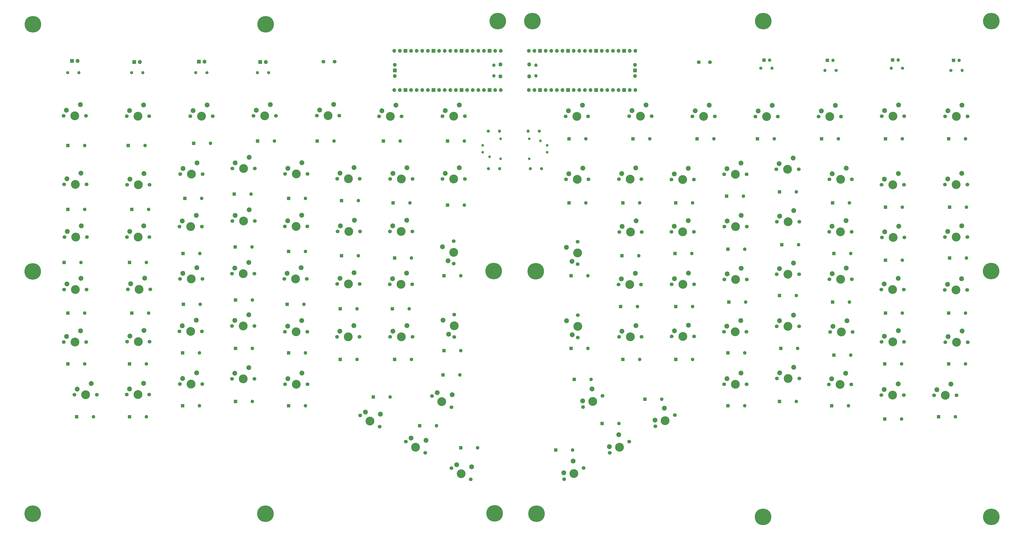
<source format=gbr>
%TF.GenerationSoftware,KiCad,Pcbnew,6.0.9-8da3e8f707~117~ubuntu20.04.1*%
%TF.CreationDate,2022-12-03T13:58:30+01:00*%
%TF.ProjectId,98keys-split-pcb,39386b65-7973-42d7-9370-6c69742d7063,rev?*%
%TF.SameCoordinates,Original*%
%TF.FileFunction,Soldermask,Bot*%
%TF.FilePolarity,Negative*%
%FSLAX46Y46*%
G04 Gerber Fmt 4.6, Leading zero omitted, Abs format (unit mm)*
G04 Created by KiCad (PCBNEW 6.0.9-8da3e8f707~117~ubuntu20.04.1) date 2022-12-03 13:58:30*
%MOMM*%
%LPD*%
G01*
G04 APERTURE LIST*
%ADD10R,1.600000X1.600000*%
%ADD11O,1.600000X1.600000*%
%ADD12C,7.500000*%
%ADD13C,1.700000*%
%ADD14C,4.000000*%
%ADD15C,2.200000*%
%ADD16R,1.500000X1.500000*%
%ADD17O,1.500000X1.500000*%
%ADD18C,1.400000*%
%ADD19O,1.400000X1.400000*%
%ADD20R,1.800000X1.800000*%
%ADD21O,1.800000X1.800000*%
%ADD22O,1.700000X1.700000*%
%ADD23R,1.700000X1.700000*%
%ADD24C,1.200000*%
G04 APERTURE END LIST*
D10*
%TO.C,D23*%
X431000000Y-181000000D03*
D11*
X438620000Y-181000000D03*
%TD*%
D10*
%TO.C,D91*%
X136000000Y-212000000D03*
D11*
X143620000Y-212000000D03*
%TD*%
D10*
%TO.C,D61*%
X267380000Y-216000000D03*
D11*
X275000000Y-216000000D03*
%TD*%
D12*
%TO.C,H15*%
X302750000Y-32600000D03*
%TD*%
D10*
%TO.C,D90*%
X165000000Y-88000000D03*
D11*
X172620000Y-88000000D03*
%TD*%
D10*
%TO.C,D79*%
X183380000Y-111000000D03*
D11*
X191000000Y-111000000D03*
%TD*%
D13*
%TO.C,SW43*%
X338900000Y-142780000D03*
D14*
X338900000Y-137700000D03*
D13*
X338900000Y-132620000D03*
D15*
X333820000Y-135160000D03*
X336360000Y-141510000D03*
%TD*%
D14*
%TO.C,SW89*%
X140000000Y-177900000D03*
D13*
X145080000Y-177900000D03*
X134920000Y-177900000D03*
D15*
X142540000Y-172820000D03*
X136190000Y-175360000D03*
%TD*%
D14*
%TO.C,SW3*%
X510380000Y-130540000D03*
D13*
X505300000Y-130540000D03*
X515460000Y-130540000D03*
D15*
X512920000Y-125460000D03*
X506570000Y-128000000D03*
%TD*%
D10*
%TO.C,D44*%
X350000000Y-215000000D03*
D11*
X357620000Y-215000000D03*
%TD*%
D10*
%TO.C,D47*%
X329000000Y-227000000D03*
D11*
X336620000Y-227000000D03*
%TD*%
D12*
%TO.C,H3*%
X526300000Y-32600000D03*
%TD*%
D16*
%TO.C,D51*%
X509180000Y-50440000D03*
D17*
X511720000Y-50440000D03*
%TD*%
D13*
%TO.C,SW21*%
X439360000Y-123540000D03*
D14*
X434280000Y-123540000D03*
D13*
X429200000Y-123540000D03*
D15*
X436820000Y-118460000D03*
X430470000Y-121000000D03*
%TD*%
D13*
%TO.C,SW28*%
X415360000Y-173440000D03*
D14*
X410280000Y-173440000D03*
D13*
X405200000Y-173440000D03*
D15*
X412820000Y-168360000D03*
X406470000Y-170900000D03*
%TD*%
D10*
%TO.C,D26*%
X407000000Y-136000000D03*
D11*
X414620000Y-136000000D03*
%TD*%
D10*
%TO.C,D95*%
X136000000Y-188000000D03*
D11*
X143620000Y-188000000D03*
%TD*%
D13*
%TO.C,SW80*%
X158720000Y-197100000D03*
X168880000Y-197100000D03*
D14*
X163800000Y-197100000D03*
D15*
X166340000Y-192020000D03*
X159990000Y-194560000D03*
%TD*%
D10*
%TO.C,D43*%
X336000000Y-148000000D03*
D11*
X343620000Y-148000000D03*
%TD*%
D13*
%TO.C,SW5*%
X505200000Y-154440000D03*
X515360000Y-154440000D03*
D14*
X510280000Y-154440000D03*
D15*
X512820000Y-149360000D03*
X506470000Y-151900000D03*
%TD*%
D18*
%TO.C,R10*%
X136920000Y-56000000D03*
D19*
X142000000Y-56000000D03*
%TD*%
D14*
%TO.C,SW9*%
X481880000Y-130640000D03*
D13*
X486960000Y-130640000D03*
X476800000Y-130640000D03*
D15*
X484420000Y-125560000D03*
X478070000Y-128100000D03*
%TD*%
D12*
%TO.C,H11*%
X92100000Y-255900000D03*
%TD*%
D13*
%TO.C,SW35*%
X382919405Y-211220009D03*
X374120586Y-216300009D03*
D14*
X378519995Y-213760009D03*
D15*
X378179700Y-208090600D03*
X373950439Y-213465305D03*
%TD*%
D14*
%TO.C,SW34*%
X386580000Y-175540000D03*
D13*
X381500000Y-175540000D03*
X391660000Y-175540000D03*
D15*
X389120000Y-170460000D03*
X382770000Y-173000000D03*
%TD*%
D12*
%TO.C,H9*%
X92200000Y-34100000D03*
%TD*%
D18*
%TO.C,R11*%
X298460000Y-82500000D03*
D19*
X303540000Y-82500000D03*
%TD*%
D14*
%TO.C,SW53*%
X282820000Y-137460000D03*
D13*
X282820000Y-132380000D03*
X282820000Y-142540000D03*
D15*
X277740000Y-134920000D03*
X280280000Y-141270000D03*
%TD*%
D10*
%TO.C,D93*%
X136000000Y-142000000D03*
D11*
X143620000Y-142000000D03*
%TD*%
D13*
%TO.C,SW11*%
X476500000Y-154340000D03*
D14*
X481580000Y-154340000D03*
D13*
X486660000Y-154340000D03*
D15*
X484120000Y-149260000D03*
X477770000Y-151800000D03*
%TD*%
D18*
%TO.C,R8*%
X171000000Y-56000000D03*
D19*
X165920000Y-56000000D03*
%TD*%
D10*
%TO.C,D88*%
X160190000Y-138000000D03*
D11*
X167810000Y-138000000D03*
%TD*%
D14*
%TO.C,SW7*%
X481780000Y-75740000D03*
D13*
X476700000Y-75740000D03*
X486860000Y-75740000D03*
D15*
X484320000Y-70660000D03*
X477970000Y-73200000D03*
%TD*%
D13*
%TO.C,SW58*%
X264080000Y-128000000D03*
X253920000Y-128000000D03*
D14*
X259000000Y-128000000D03*
D15*
X261540000Y-122920000D03*
X255190000Y-125460000D03*
%TD*%
D13*
%TO.C,SW76*%
X182520000Y-123200000D03*
D14*
X187600000Y-123200000D03*
D13*
X192680000Y-123200000D03*
D15*
X190140000Y-118120000D03*
X183790000Y-120660000D03*
%TD*%
D12*
%TO.C,H8*%
X422950000Y-257350000D03*
%TD*%
D10*
%TO.C,D35*%
X383380000Y-186000000D03*
D11*
X391000000Y-186000000D03*
%TD*%
D10*
%TO.C,D83*%
X184000000Y-205000000D03*
D11*
X191620000Y-205000000D03*
%TD*%
D10*
%TO.C,D66*%
X280000000Y-87000000D03*
D11*
X287620000Y-87000000D03*
%TD*%
D14*
%TO.C,SW20*%
X433980000Y-99740000D03*
D13*
X428900000Y-99740000D03*
X439060000Y-99740000D03*
D15*
X436520000Y-94660000D03*
X430170000Y-97200000D03*
%TD*%
D10*
%TO.C,D81*%
X184000000Y-159000000D03*
D11*
X191620000Y-159000000D03*
%TD*%
D13*
%TO.C,SW29*%
X415560000Y-149740000D03*
D14*
X410480000Y-149740000D03*
D13*
X405400000Y-149740000D03*
D15*
X413020000Y-144660000D03*
X406670000Y-147200000D03*
%TD*%
D14*
%TO.C,SW17*%
X458080000Y-149640000D03*
D13*
X463160000Y-149640000D03*
X453000000Y-149640000D03*
D15*
X460620000Y-144560000D03*
X454270000Y-147100000D03*
%TD*%
D10*
%TO.C,D86*%
X160000000Y-207000000D03*
D11*
X167620000Y-207000000D03*
%TD*%
D13*
%TO.C,SW74*%
X192580000Y-194800000D03*
X182420000Y-194800000D03*
D14*
X187500000Y-194800000D03*
D15*
X190040000Y-189720000D03*
X183690000Y-192260000D03*
%TD*%
D12*
%TO.C,H1*%
X526300000Y-257350000D03*
%TD*%
D13*
%TO.C,SW66*%
X259180000Y-75800000D03*
D14*
X254100000Y-75800000D03*
D13*
X249020000Y-75800000D03*
D15*
X256640000Y-70720000D03*
X250290000Y-73260000D03*
%TD*%
D10*
%TO.C,D40*%
X359000000Y-139000000D03*
D11*
X366620000Y-139000000D03*
%TD*%
D13*
%TO.C,SW85*%
X135220000Y-154200000D03*
D14*
X140300000Y-154200000D03*
D13*
X145380000Y-154200000D03*
D15*
X142840000Y-149120000D03*
X136490000Y-151660000D03*
%TD*%
D10*
%TO.C,D62*%
X256000000Y-140000000D03*
D11*
X263620000Y-140000000D03*
%TD*%
D14*
%TO.C,SW15*%
X457980000Y-128140000D03*
D13*
X452900000Y-128140000D03*
X463060000Y-128140000D03*
D15*
X460520000Y-123060000D03*
X454170000Y-125600000D03*
%TD*%
D10*
%TO.C,D92*%
X137000000Y-118000000D03*
D11*
X144620000Y-118000000D03*
%TD*%
D10*
%TO.C,D82*%
X184000000Y-181000000D03*
D11*
X191620000Y-181000000D03*
%TD*%
D18*
%TO.C,R1*%
X421920000Y-54000000D03*
D19*
X427000000Y-54000000D03*
%TD*%
D13*
%TO.C,SW6*%
X510560000Y-202240000D03*
D14*
X505480000Y-202240000D03*
D13*
X500400000Y-202240000D03*
D15*
X508020000Y-197160000D03*
X501670000Y-199700000D03*
%TD*%
D10*
%TO.C,D56*%
X286000000Y-226000000D03*
D11*
X293620000Y-226000000D03*
%TD*%
D10*
%TO.C,D73*%
X208000000Y-113000000D03*
D11*
X215620000Y-113000000D03*
%TD*%
D14*
%TO.C,SW27*%
X410480000Y-125740000D03*
D13*
X405400000Y-125740000D03*
X415560000Y-125740000D03*
D15*
X413020000Y-120660000D03*
X406670000Y-123200000D03*
%TD*%
D10*
%TO.C,D42*%
X335000000Y-115000000D03*
D11*
X342620000Y-115000000D03*
%TD*%
D13*
%TO.C,SW88*%
X144980000Y-130500000D03*
D14*
X139900000Y-130500000D03*
D13*
X134820000Y-130500000D03*
D15*
X142440000Y-125420000D03*
X136090000Y-127960000D03*
%TD*%
D14*
%TO.C,SW62*%
X235100000Y-104100000D03*
D13*
X240180000Y-104100000D03*
X230020000Y-104100000D03*
D15*
X237640000Y-99020000D03*
X231290000Y-101560000D03*
%TD*%
D13*
%TO.C,SW87*%
X134920000Y-106800000D03*
X145080000Y-106800000D03*
D14*
X140000000Y-106800000D03*
D15*
X142540000Y-101720000D03*
X136190000Y-104260000D03*
%TD*%
D13*
%TO.C,SW48*%
X393800000Y-51300000D03*
X398880000Y-51300000D03*
%TD*%
D10*
%TO.C,D98*%
X108000000Y-165000000D03*
D11*
X115620000Y-165000000D03*
%TD*%
D13*
%TO.C,SW4*%
X505500000Y-178140000D03*
X515660000Y-178140000D03*
D14*
X510580000Y-178140000D03*
D15*
X513120000Y-173060000D03*
X506770000Y-175600000D03*
%TD*%
D14*
%TO.C,SW93*%
X111400000Y-106600000D03*
D13*
X106320000Y-106600000D03*
X116480000Y-106600000D03*
D15*
X113940000Y-101520000D03*
X107590000Y-104060000D03*
%TD*%
D10*
%TO.C,D10*%
X478380000Y-165000000D03*
D11*
X486000000Y-165000000D03*
%TD*%
D14*
%TO.C,SW90*%
X139800000Y-75700000D03*
D13*
X134720000Y-75700000D03*
X144880000Y-75700000D03*
D15*
X142340000Y-70620000D03*
X135990000Y-73160000D03*
%TD*%
D10*
%TO.C,D70*%
X231380000Y-163000000D03*
D11*
X239000000Y-163000000D03*
%TD*%
D10*
%TO.C,D39*%
X359380000Y-186000000D03*
D11*
X367000000Y-186000000D03*
%TD*%
D13*
%TO.C,SW39*%
X357800000Y-128240000D03*
X367960000Y-128240000D03*
D14*
X362880000Y-128240000D03*
D15*
X365420000Y-123160000D03*
X359070000Y-125700000D03*
%TD*%
D10*
%TO.C,D69*%
X232000000Y-139000000D03*
D11*
X239620000Y-139000000D03*
%TD*%
D10*
%TO.C,D100*%
X108000000Y-118000000D03*
D11*
X115620000Y-118000000D03*
%TD*%
D10*
%TO.C,D99*%
X108000000Y-188000000D03*
D11*
X115620000Y-188000000D03*
%TD*%
D18*
%TO.C,R4*%
X486080000Y-54000000D03*
D19*
X481000000Y-54000000D03*
%TD*%
D10*
%TO.C,D80*%
X183810000Y-135000000D03*
D11*
X191430000Y-135000000D03*
%TD*%
D13*
%TO.C,SW31*%
X362300000Y-75740000D03*
X372460000Y-75740000D03*
D14*
X367380000Y-75740000D03*
D15*
X369920000Y-70660000D03*
X363570000Y-73200000D03*
%TD*%
D10*
%TO.C,D2*%
X507380000Y-117000000D03*
D11*
X515000000Y-117000000D03*
%TD*%
D13*
%TO.C,SW81*%
X169080000Y-102000000D03*
X158920000Y-102000000D03*
D14*
X164000000Y-102000000D03*
D15*
X166540000Y-96920000D03*
X160190000Y-99460000D03*
%TD*%
D12*
%TO.C,H5*%
X318450000Y-32650000D03*
%TD*%
D10*
%TO.C,D41*%
X358380000Y-162000000D03*
D11*
X366000000Y-162000000D03*
%TD*%
D10*
%TO.C,D34*%
X383380000Y-162000000D03*
D11*
X391000000Y-162000000D03*
%TD*%
D10*
%TO.C,D24*%
X430380000Y-205000000D03*
D11*
X438000000Y-205000000D03*
%TD*%
D14*
%TO.C,SW54*%
X283040000Y-170720000D03*
D13*
X283040000Y-165640000D03*
X283040000Y-175800000D03*
D15*
X277960000Y-168180000D03*
X280500000Y-174530000D03*
%TD*%
D10*
%TO.C,D58*%
X278380000Y-182000000D03*
D11*
X286000000Y-182000000D03*
%TD*%
D10*
%TO.C,D16*%
X455000000Y-184000000D03*
D11*
X462620000Y-184000000D03*
%TD*%
D13*
%TO.C,SW19*%
X429600000Y-75860000D03*
X419440000Y-75860000D03*
D14*
X424520000Y-75860000D03*
D15*
X427060000Y-70780000D03*
X420710000Y-73320000D03*
%TD*%
D10*
%TO.C,D27*%
X406380000Y-112000000D03*
D11*
X414000000Y-112000000D03*
%TD*%
D18*
%TO.C,R12*%
X107920000Y-56000000D03*
D19*
X113000000Y-56000000D03*
%TD*%
D13*
%TO.C,SW47*%
X332820586Y-240200009D03*
D14*
X337219995Y-237660009D03*
D13*
X341619405Y-235120009D03*
D15*
X336879700Y-231990600D03*
X332650439Y-237365305D03*
%TD*%
D16*
%TO.C,D49*%
X452064700Y-50440000D03*
D17*
X454604700Y-50440000D03*
%TD*%
D14*
%TO.C,SW18*%
X457780000Y-197340000D03*
D13*
X452700000Y-197340000D03*
X462860000Y-197340000D03*
D15*
X460320000Y-192260000D03*
X453970000Y-194800000D03*
%TD*%
D10*
%TO.C,D14*%
X454380000Y-115000000D03*
D11*
X462000000Y-115000000D03*
%TD*%
D13*
%TO.C,SW96*%
X116280000Y-75600000D03*
D14*
X111200000Y-75600000D03*
D13*
X106120000Y-75600000D03*
D15*
X113740000Y-70520000D03*
X107390000Y-73060000D03*
%TD*%
D12*
%TO.C,H4*%
X423000000Y-32650000D03*
%TD*%
D14*
%TO.C,SW67*%
X211200000Y-149500000D03*
D13*
X206120000Y-149500000D03*
X216280000Y-149500000D03*
D15*
X213740000Y-144420000D03*
X207390000Y-146960000D03*
%TD*%
D13*
%TO.C,SW41*%
X357500000Y-152040000D03*
D14*
X362580000Y-152040000D03*
D13*
X367660000Y-152040000D03*
D15*
X365120000Y-146960000D03*
X358770000Y-149500000D03*
%TD*%
D10*
%TO.C,D4*%
X507000000Y-165000000D03*
D11*
X514620000Y-165000000D03*
%TD*%
D13*
%TO.C,SW46*%
X341420586Y-207569409D03*
X350219405Y-202489409D03*
D14*
X345819995Y-205029409D03*
D15*
X345479700Y-199360000D03*
X341250439Y-204734705D03*
%TD*%
D14*
%TO.C,SW16*%
X458380000Y-173540000D03*
D13*
X463460000Y-173540000D03*
X453300000Y-173540000D03*
D15*
X460920000Y-168460000D03*
X454570000Y-171000000D03*
%TD*%
D10*
%TO.C,D63*%
X255000000Y-163000000D03*
D11*
X262620000Y-163000000D03*
%TD*%
D10*
%TO.C,D33*%
X383000000Y-138000000D03*
D11*
X390620000Y-138000000D03*
%TD*%
D13*
%TO.C,SW22*%
X429060000Y-170960000D03*
X439220000Y-170960000D03*
D14*
X434140000Y-170960000D03*
D15*
X436680000Y-165880000D03*
X430330000Y-168420000D03*
%TD*%
D14*
%TO.C,SW26*%
X410380000Y-102040000D03*
D13*
X405300000Y-102040000D03*
X415460000Y-102040000D03*
D15*
X412920000Y-96960000D03*
X406570000Y-99500000D03*
%TD*%
D10*
%TO.C,D25*%
X393000000Y-86000000D03*
D11*
X400620000Y-86000000D03*
%TD*%
D20*
%TO.C,D54*%
X138100000Y-51200000D03*
D21*
X140640000Y-51200000D03*
%TD*%
D13*
%TO.C,SW12*%
X476500000Y-202140000D03*
D14*
X481580000Y-202140000D03*
D13*
X486660000Y-202140000D03*
D15*
X484120000Y-197060000D03*
X477770000Y-199600000D03*
%TD*%
D13*
%TO.C,SW84*%
X163520000Y-75700000D03*
X173680000Y-75700000D03*
D14*
X168600000Y-75700000D03*
D15*
X171140000Y-70620000D03*
X164790000Y-73160000D03*
%TD*%
D10*
%TO.C,D5*%
X507000000Y-188000000D03*
D11*
X514620000Y-188000000D03*
%TD*%
D10*
%TO.C,D78*%
X221000000Y-87000000D03*
D11*
X228620000Y-87000000D03*
%TD*%
D10*
%TO.C,D96*%
X135380000Y-89000000D03*
D11*
X143000000Y-89000000D03*
%TD*%
D13*
%TO.C,SW60*%
X277720000Y-75700000D03*
D14*
X282800000Y-75700000D03*
D13*
X287880000Y-75700000D03*
D15*
X285340000Y-70620000D03*
X278990000Y-73160000D03*
%TD*%
D13*
%TO.C,SW56*%
X263980000Y-151900000D03*
D14*
X258900000Y-151900000D03*
D13*
X253820000Y-151900000D03*
D15*
X261440000Y-146820000D03*
X255090000Y-149360000D03*
%TD*%
D18*
%TO.C,R6*%
X508000000Y-55000000D03*
D19*
X513080000Y-55000000D03*
%TD*%
D10*
%TO.C,D65*%
X256000000Y-186000000D03*
D11*
X263620000Y-186000000D03*
%TD*%
D10*
%TO.C,D77*%
X208000000Y-137000000D03*
D11*
X215620000Y-137000000D03*
%TD*%
D13*
%TO.C,SW36*%
X381500000Y-151940000D03*
D14*
X386580000Y-151940000D03*
D13*
X391660000Y-151940000D03*
D15*
X389120000Y-146860000D03*
X382770000Y-149400000D03*
%TD*%
D18*
%TO.C,R3*%
X322620000Y-99500000D03*
D19*
X317540000Y-99500000D03*
%TD*%
D12*
%TO.C,H16*%
X301300000Y-255700000D03*
%TD*%
%TO.C,H13*%
X300900000Y-145900000D03*
%TD*%
D10*
%TO.C,D3*%
X507380000Y-140000000D03*
D11*
X515000000Y-140000000D03*
%TD*%
D10*
%TO.C,D72*%
X251000000Y-87000000D03*
D11*
X258620000Y-87000000D03*
%TD*%
D12*
%TO.C,H12*%
X92100000Y-146100000D03*
%TD*%
D10*
%TO.C,D18*%
X454000000Y-207000000D03*
D11*
X461620000Y-207000000D03*
%TD*%
D10*
%TO.C,D28*%
X407380000Y-160000000D03*
D11*
X415000000Y-160000000D03*
%TD*%
D12*
%TO.C,H2*%
X526250000Y-145950000D03*
%TD*%
D10*
%TO.C,D71*%
X231380000Y-186000000D03*
D11*
X239000000Y-186000000D03*
%TD*%
D13*
%TO.C,SW1*%
X515560000Y-75840000D03*
D14*
X510480000Y-75840000D03*
D13*
X505400000Y-75840000D03*
D15*
X513020000Y-70760000D03*
X506670000Y-73300000D03*
%TD*%
D10*
%TO.C,D8*%
X478380000Y-117000000D03*
D11*
X486000000Y-117000000D03*
%TD*%
D14*
%TO.C,SW73*%
X187500000Y-147100000D03*
D13*
X192580000Y-147100000D03*
X182420000Y-147100000D03*
D15*
X190040000Y-142020000D03*
X183690000Y-144560000D03*
%TD*%
D10*
%TO.C,D1*%
X507000000Y-86000000D03*
D11*
X514620000Y-86000000D03*
%TD*%
D10*
%TO.C,D22*%
X430380000Y-157000000D03*
D11*
X438000000Y-157000000D03*
%TD*%
D10*
%TO.C,D46*%
X337380000Y-195000000D03*
D11*
X345000000Y-195000000D03*
%TD*%
D16*
%TO.C,D48*%
X423364700Y-50340000D03*
D17*
X425904700Y-50340000D03*
%TD*%
D13*
%TO.C,SW51*%
X281739405Y-207660009D03*
D14*
X277339995Y-205120009D03*
D13*
X272940586Y-202580009D03*
D15*
X282079700Y-201990600D03*
X275310439Y-201015305D03*
%TD*%
D14*
%TO.C,SW71*%
X211400000Y-173400000D03*
D13*
X206320000Y-173400000D03*
X216480000Y-173400000D03*
D15*
X213940000Y-168320000D03*
X207590000Y-170860000D03*
%TD*%
D13*
%TO.C,SW91*%
X116480000Y-154300000D03*
X106320000Y-154300000D03*
D14*
X111400000Y-154300000D03*
D15*
X113940000Y-149220000D03*
X107590000Y-151760000D03*
%TD*%
D14*
%TO.C,SW69*%
X211500000Y-101900000D03*
D13*
X206420000Y-101900000D03*
X216580000Y-101900000D03*
D15*
X214040000Y-96820000D03*
X207690000Y-99360000D03*
%TD*%
D13*
%TO.C,SW86*%
X134720000Y-201900000D03*
D14*
X139800000Y-201900000D03*
D13*
X144880000Y-201900000D03*
D15*
X142340000Y-196820000D03*
X135990000Y-199360000D03*
%TD*%
D12*
%TO.C,H7*%
X320300000Y-255900000D03*
%TD*%
D10*
%TO.C,D11*%
X478000000Y-188000000D03*
D11*
X485620000Y-188000000D03*
%TD*%
D10*
%TO.C,D89*%
X160000000Y-183000000D03*
D11*
X167620000Y-183000000D03*
%TD*%
D13*
%TO.C,SW32*%
X381400000Y-104440000D03*
D14*
X386480000Y-104440000D03*
D13*
X391560000Y-104440000D03*
D15*
X389020000Y-99360000D03*
X382670000Y-101900000D03*
%TD*%
D20*
%TO.C,D55*%
X109900000Y-50700000D03*
D21*
X112440000Y-50700000D03*
%TD*%
D18*
%TO.C,R2*%
X456000000Y-55000000D03*
D19*
X450920000Y-55000000D03*
%TD*%
D10*
%TO.C,D67*%
X246380000Y-203000000D03*
D11*
X254000000Y-203000000D03*
%TD*%
D18*
%TO.C,R7*%
X199000000Y-56000000D03*
D19*
X193920000Y-56000000D03*
%TD*%
D10*
%TO.C,D21*%
X431380000Y-134000000D03*
D11*
X439000000Y-134000000D03*
%TD*%
D18*
%TO.C,R9*%
X298540000Y-99500000D03*
D19*
X303620000Y-99500000D03*
%TD*%
D14*
%TO.C,SW2*%
X510380000Y-106740000D03*
D13*
X505300000Y-106740000D03*
X515460000Y-106740000D03*
D15*
X512920000Y-101660000D03*
X506570000Y-104200000D03*
%TD*%
D13*
%TO.C,SW10*%
X476600000Y-178040000D03*
X486760000Y-178040000D03*
D14*
X481680000Y-178040000D03*
D15*
X484220000Y-172960000D03*
X477870000Y-175500000D03*
%TD*%
D10*
%TO.C,D97*%
X112000000Y-212000000D03*
D11*
X119620000Y-212000000D03*
%TD*%
D13*
%TO.C,SW77*%
X182420000Y-170800000D03*
D14*
X187500000Y-170800000D03*
D13*
X192580000Y-170800000D03*
D15*
X190040000Y-165720000D03*
X183690000Y-168260000D03*
%TD*%
D13*
%TO.C,SW95*%
X116380000Y-178100000D03*
X106220000Y-178100000D03*
D14*
X111300000Y-178100000D03*
D15*
X113840000Y-173020000D03*
X107490000Y-175560000D03*
%TD*%
D18*
%TO.C,R5*%
X321540000Y-82500000D03*
D19*
X316460000Y-82500000D03*
%TD*%
D13*
%TO.C,SW45*%
X362319405Y-223220009D03*
D14*
X357919995Y-225760009D03*
D13*
X353520586Y-228300009D03*
D15*
X357579700Y-220090600D03*
X353350439Y-225465305D03*
%TD*%
D13*
%TO.C,SW30*%
X405300000Y-197240000D03*
X415460000Y-197240000D03*
D14*
X410380000Y-197240000D03*
D15*
X412920000Y-192160000D03*
X406570000Y-194700000D03*
%TD*%
D17*
%TO.C,U2*%
X300970000Y-57425000D03*
D21*
X304000000Y-57725000D03*
X304000000Y-52275000D03*
D17*
X300970000Y-52575000D03*
D22*
X304130000Y-46110000D03*
X301590000Y-46110000D03*
D23*
X299050000Y-46110000D03*
D22*
X296510000Y-46110000D03*
X293970000Y-46110000D03*
X291430000Y-46110000D03*
X288890000Y-46110000D03*
D23*
X286350000Y-46110000D03*
D22*
X283810000Y-46110000D03*
X281270000Y-46110000D03*
X278730000Y-46110000D03*
X276190000Y-46110000D03*
D23*
X273650000Y-46110000D03*
D22*
X271110000Y-46110000D03*
X268570000Y-46110000D03*
X266030000Y-46110000D03*
X263490000Y-46110000D03*
D23*
X260950000Y-46110000D03*
D22*
X258410000Y-46110000D03*
X255870000Y-46110000D03*
X255870000Y-63890000D03*
X258410000Y-63890000D03*
D23*
X260950000Y-63890000D03*
D22*
X263490000Y-63890000D03*
X266030000Y-63890000D03*
X268570000Y-63890000D03*
X271110000Y-63890000D03*
D23*
X273650000Y-63890000D03*
D22*
X276190000Y-63890000D03*
X278730000Y-63890000D03*
X281270000Y-63890000D03*
X283810000Y-63890000D03*
D23*
X286350000Y-63890000D03*
D22*
X288890000Y-63890000D03*
X291430000Y-63890000D03*
X293970000Y-63890000D03*
X296510000Y-63890000D03*
D23*
X299050000Y-63890000D03*
D22*
X301590000Y-63890000D03*
X304130000Y-63890000D03*
X256100000Y-52460000D03*
D23*
X256100000Y-55000000D03*
D22*
X256100000Y-57540000D03*
%TD*%
D13*
%TO.C,SW55*%
X269939405Y-228260009D03*
X261140586Y-223180009D03*
D14*
X265539995Y-225720009D03*
D15*
X270279700Y-222590600D03*
X263510439Y-221615305D03*
%TD*%
D10*
%TO.C,D75*%
X208000000Y-183000000D03*
D11*
X215620000Y-183000000D03*
%TD*%
D14*
%TO.C,SW78*%
X197200000Y-75600000D03*
D13*
X202280000Y-75600000D03*
X192120000Y-75600000D03*
D15*
X199740000Y-70520000D03*
X193390000Y-73060000D03*
%TD*%
D13*
%TO.C,SW70*%
X206320000Y-125700000D03*
D14*
X211400000Y-125700000D03*
D13*
X216480000Y-125700000D03*
D15*
X213940000Y-120620000D03*
X207590000Y-123160000D03*
%TD*%
D21*
%TO.C,U1*%
X317000000Y-52275000D03*
D17*
X320030000Y-52575000D03*
D21*
X317000000Y-57725000D03*
D17*
X320030000Y-57425000D03*
D22*
X316870000Y-63890000D03*
X319410000Y-63890000D03*
D23*
X321950000Y-63890000D03*
D22*
X324490000Y-63890000D03*
X327030000Y-63890000D03*
X329570000Y-63890000D03*
X332110000Y-63890000D03*
D23*
X334650000Y-63890000D03*
D22*
X337190000Y-63890000D03*
X339730000Y-63890000D03*
X342270000Y-63890000D03*
X344810000Y-63890000D03*
D23*
X347350000Y-63890000D03*
D22*
X349890000Y-63890000D03*
X352430000Y-63890000D03*
X354970000Y-63890000D03*
X357510000Y-63890000D03*
D23*
X360050000Y-63890000D03*
D22*
X362590000Y-63890000D03*
X365130000Y-63890000D03*
X365130000Y-46110000D03*
X362590000Y-46110000D03*
D23*
X360050000Y-46110000D03*
D22*
X357510000Y-46110000D03*
X354970000Y-46110000D03*
X352430000Y-46110000D03*
X349890000Y-46110000D03*
D23*
X347350000Y-46110000D03*
D22*
X344810000Y-46110000D03*
X342270000Y-46110000D03*
X339730000Y-46110000D03*
X337190000Y-46110000D03*
D23*
X334650000Y-46110000D03*
D22*
X332110000Y-46110000D03*
X329570000Y-46110000D03*
X327030000Y-46110000D03*
X324490000Y-46110000D03*
D23*
X321950000Y-46110000D03*
D22*
X319410000Y-46110000D03*
X316870000Y-46110000D03*
X364900000Y-57540000D03*
D23*
X364900000Y-55000000D03*
D22*
X364900000Y-52460000D03*
%TD*%
D13*
%TO.C,SW94*%
X116680000Y-130500000D03*
X106520000Y-130500000D03*
D14*
X111600000Y-130500000D03*
D15*
X114140000Y-125420000D03*
X107790000Y-127960000D03*
%TD*%
D13*
%TO.C,SW79*%
X168980000Y-149500000D03*
D14*
X163900000Y-149500000D03*
D13*
X158820000Y-149500000D03*
D15*
X166440000Y-144420000D03*
X160090000Y-146960000D03*
%TD*%
D13*
%TO.C,SW72*%
X230980000Y-75500000D03*
X220820000Y-75500000D03*
D14*
X225900000Y-75500000D03*
D15*
X228440000Y-70420000D03*
X222090000Y-72960000D03*
%TD*%
D10*
%TO.C,D19*%
X420380000Y-86000000D03*
D11*
X428000000Y-86000000D03*
%TD*%
D10*
%TO.C,D74*%
X207380000Y-161000000D03*
D11*
X215000000Y-161000000D03*
%TD*%
D13*
%TO.C,SW13*%
X448100000Y-75940000D03*
D14*
X453180000Y-75940000D03*
D13*
X458260000Y-75940000D03*
D15*
X455720000Y-70860000D03*
X449370000Y-73400000D03*
%TD*%
D10*
%TO.C,D36*%
X369380000Y-204000000D03*
D11*
X377000000Y-204000000D03*
%TD*%
D10*
%TO.C,D59*%
X278380000Y-148000000D03*
D11*
X286000000Y-148000000D03*
%TD*%
D12*
%TO.C,H14*%
X197500000Y-255900000D03*
%TD*%
D13*
%TO.C,SW8*%
X476600000Y-106840000D03*
D14*
X481680000Y-106840000D03*
D13*
X486760000Y-106840000D03*
D15*
X484220000Y-101760000D03*
X477870000Y-104300000D03*
%TD*%
D10*
%TO.C,D32*%
X383380000Y-115000000D03*
D11*
X391000000Y-115000000D03*
%TD*%
D12*
%TO.C,H6*%
X320000000Y-146000000D03*
%TD*%
D10*
%TO.C,D9*%
X478380000Y-141000000D03*
D11*
X486000000Y-141000000D03*
%TD*%
D13*
%TO.C,SW33*%
X381400000Y-128140000D03*
X391560000Y-128140000D03*
D14*
X386480000Y-128140000D03*
D15*
X389020000Y-123060000D03*
X382670000Y-125600000D03*
%TD*%
D10*
%TO.C,D101*%
X106380000Y-142000000D03*
D11*
X114000000Y-142000000D03*
%TD*%
D10*
%TO.C,D76*%
X208000000Y-207000000D03*
D11*
X215620000Y-207000000D03*
%TD*%
D10*
%TO.C,D84*%
X194000000Y-87000000D03*
D11*
X201620000Y-87000000D03*
%TD*%
D13*
%TO.C,SW68*%
X206420000Y-197200000D03*
X216580000Y-197200000D03*
D14*
X211500000Y-197200000D03*
D15*
X214040000Y-192120000D03*
X207690000Y-194660000D03*
%TD*%
D10*
%TO.C,D37*%
X335000000Y-86000000D03*
D11*
X342620000Y-86000000D03*
%TD*%
D13*
%TO.C,SW49*%
X228900000Y-51000000D03*
X223820000Y-51000000D03*
%TD*%
D10*
%TO.C,D38*%
X359380000Y-115000000D03*
D11*
X367000000Y-115000000D03*
%TD*%
D20*
%TO.C,D52*%
X195200000Y-51200000D03*
D21*
X197740000Y-51200000D03*
%TD*%
D13*
%TO.C,SW37*%
X343660000Y-75840000D03*
X333500000Y-75840000D03*
D14*
X338580000Y-75840000D03*
D15*
X341120000Y-70760000D03*
X334770000Y-73300000D03*
%TD*%
D10*
%TO.C,D60*%
X280000000Y-116000000D03*
D11*
X287620000Y-116000000D03*
%TD*%
D10*
%TO.C,D31*%
X364000000Y-86000000D03*
D11*
X371620000Y-86000000D03*
%TD*%
D14*
%TO.C,SW25*%
X395980000Y-75840000D03*
D13*
X390900000Y-75840000D03*
X401060000Y-75840000D03*
D15*
X398520000Y-70760000D03*
X392170000Y-73300000D03*
%TD*%
D10*
%TO.C,D85*%
X160380000Y-161000000D03*
D11*
X168000000Y-161000000D03*
%TD*%
D10*
%TO.C,D12*%
X478000000Y-213000000D03*
D11*
X485620000Y-213000000D03*
%TD*%
D13*
%TO.C,SW64*%
X229920000Y-175700000D03*
D14*
X235000000Y-175700000D03*
D13*
X240080000Y-175700000D03*
D15*
X237540000Y-170620000D03*
X231190000Y-173160000D03*
%TD*%
D13*
%TO.C,SW38*%
X357600000Y-104240000D03*
X367760000Y-104240000D03*
D14*
X362680000Y-104240000D03*
D15*
X365220000Y-99160000D03*
X358870000Y-101700000D03*
%TD*%
D13*
%TO.C,SW52*%
X287880000Y-104200000D03*
X277720000Y-104200000D03*
D14*
X282800000Y-104200000D03*
D15*
X285340000Y-99120000D03*
X278990000Y-101660000D03*
%TD*%
D10*
%TO.C,D17*%
X454380000Y-160000000D03*
D11*
X462000000Y-160000000D03*
%TD*%
D10*
%TO.C,D45*%
X336000000Y-181000000D03*
D11*
X343620000Y-181000000D03*
%TD*%
D13*
%TO.C,SW63*%
X230220000Y-128000000D03*
D14*
X235300000Y-128000000D03*
D13*
X240380000Y-128000000D03*
D15*
X237840000Y-122920000D03*
X231490000Y-125460000D03*
%TD*%
D13*
%TO.C,SW82*%
X158620000Y-125800000D03*
X168780000Y-125800000D03*
D14*
X163700000Y-125800000D03*
D15*
X166240000Y-120720000D03*
X159890000Y-123260000D03*
%TD*%
D14*
%TO.C,SW92*%
X116100000Y-202000000D03*
D13*
X121180000Y-202000000D03*
X111020000Y-202000000D03*
D15*
X118640000Y-196920000D03*
X112290000Y-199460000D03*
%TD*%
D12*
%TO.C,H10*%
X197600000Y-34100000D03*
%TD*%
D10*
%TO.C,D87*%
X161000000Y-113000000D03*
D11*
X168620000Y-113000000D03*
%TD*%
D10*
%TO.C,D94*%
X137000000Y-165000000D03*
D11*
X144620000Y-165000000D03*
%TD*%
D14*
%TO.C,SW75*%
X187600000Y-99400000D03*
D13*
X192680000Y-99400000D03*
X182520000Y-99400000D03*
D15*
X190140000Y-94320000D03*
X183790000Y-96860000D03*
%TD*%
D10*
%TO.C,D30*%
X407000000Y-207000000D03*
D11*
X414620000Y-207000000D03*
%TD*%
D14*
%TO.C,SW50*%
X286139995Y-237820009D03*
D13*
X281740586Y-235280009D03*
X290539405Y-240360009D03*
D15*
X290879700Y-234690600D03*
X284110439Y-233715305D03*
%TD*%
D10*
%TO.C,D6*%
X502380000Y-212000000D03*
D11*
X510000000Y-212000000D03*
%TD*%
D13*
%TO.C,SW65*%
X240440586Y-211380009D03*
D14*
X244839995Y-213920009D03*
D13*
X249239405Y-216460009D03*
D15*
X249579700Y-210790600D03*
X242810439Y-209815305D03*
%TD*%
D13*
%TO.C,SW57*%
X264180000Y-104200000D03*
X254020000Y-104200000D03*
D14*
X259100000Y-104200000D03*
D15*
X261640000Y-99120000D03*
X255290000Y-101660000D03*
%TD*%
D14*
%TO.C,SW44*%
X339000000Y-171000000D03*
D13*
X339000000Y-176080000D03*
X339000000Y-165920000D03*
D15*
X333920000Y-168460000D03*
X336460000Y-174810000D03*
%TD*%
D13*
%TO.C,SW61*%
X240180000Y-151800000D03*
X230020000Y-151800000D03*
D14*
X235100000Y-151800000D03*
D15*
X237640000Y-146720000D03*
X231290000Y-149260000D03*
%TD*%
D13*
%TO.C,SW59*%
X264180000Y-175700000D03*
X254020000Y-175700000D03*
D14*
X259100000Y-175700000D03*
D15*
X261640000Y-170620000D03*
X255290000Y-173160000D03*
%TD*%
D10*
%TO.C,D15*%
X455000000Y-138000000D03*
D11*
X462620000Y-138000000D03*
%TD*%
D10*
%TO.C,D13*%
X449380000Y-86000000D03*
D11*
X457000000Y-86000000D03*
%TD*%
D14*
%TO.C,SW40*%
X362780000Y-175740000D03*
D13*
X367860000Y-175740000D03*
X357700000Y-175740000D03*
D15*
X365320000Y-170660000D03*
X358970000Y-173200000D03*
%TD*%
D10*
%TO.C,D20*%
X430380000Y-110000000D03*
D11*
X438000000Y-110000000D03*
%TD*%
D10*
%TO.C,D64*%
X255380000Y-115000000D03*
D11*
X263000000Y-115000000D03*
%TD*%
D13*
%TO.C,SW24*%
X429200000Y-194640000D03*
X439360000Y-194640000D03*
D14*
X434280000Y-194640000D03*
D15*
X436820000Y-189560000D03*
X430470000Y-192100000D03*
%TD*%
D10*
%TO.C,D102*%
X108000000Y-89000000D03*
D11*
X115620000Y-89000000D03*
%TD*%
D10*
%TO.C,D68*%
X232000000Y-114000000D03*
D11*
X239620000Y-114000000D03*
%TD*%
D13*
%TO.C,SW83*%
X168780000Y-173300000D03*
X158620000Y-173300000D03*
D14*
X163700000Y-173300000D03*
D15*
X166240000Y-168220000D03*
X159890000Y-170760000D03*
%TD*%
D10*
%TO.C,D7*%
X478380000Y-86000000D03*
D11*
X486000000Y-86000000D03*
%TD*%
D10*
%TO.C,D57*%
X278000000Y-193000000D03*
D11*
X285620000Y-193000000D03*
%TD*%
D20*
%TO.C,D53*%
X167400000Y-51000000D03*
D21*
X169940000Y-51000000D03*
%TD*%
D13*
%TO.C,SW14*%
X463160000Y-104340000D03*
X453000000Y-104340000D03*
D14*
X458080000Y-104340000D03*
D15*
X460620000Y-99260000D03*
X454270000Y-101800000D03*
%TD*%
D16*
%TO.C,D50*%
X481564700Y-50240000D03*
D17*
X484104700Y-50240000D03*
%TD*%
D10*
%TO.C,D29*%
X407000000Y-183000000D03*
D11*
X414620000Y-183000000D03*
%TD*%
D13*
%TO.C,SW23*%
X429100000Y-147340000D03*
D14*
X434180000Y-147340000D03*
D13*
X439260000Y-147340000D03*
D15*
X436720000Y-142260000D03*
X430370000Y-144800000D03*
%TD*%
D14*
%TO.C,SW42*%
X338780000Y-104340000D03*
D13*
X333700000Y-104340000D03*
X343860000Y-104340000D03*
D15*
X341320000Y-99260000D03*
X334970000Y-101800000D03*
%TD*%
D24*
%TO.C,J1*%
X317040000Y-95000000D03*
X322040000Y-86900000D03*
X325140000Y-92100000D03*
X317040000Y-86000000D03*
X325140000Y-88900000D03*
%TD*%
%TO.C,J2*%
X304040000Y-86000000D03*
X299040000Y-94100000D03*
X295940000Y-88900000D03*
X304040000Y-95000000D03*
X295940000Y-92100000D03*
%TD*%
M02*

</source>
